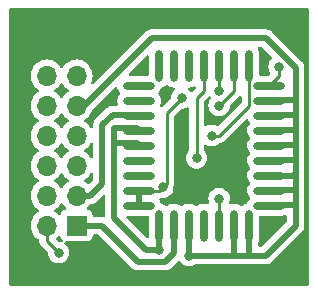
<source format=gbr>
%TF.GenerationSoftware,KiCad,Pcbnew,7.0.1*%
%TF.CreationDate,2023-07-22T00:41:28+01:00*%
%TF.ProjectId,pcb,7063622e-6b69-4636-9164-5f7063625858,rev?*%
%TF.SameCoordinates,Original*%
%TF.FileFunction,Copper,L1,Top*%
%TF.FilePolarity,Positive*%
%FSLAX46Y46*%
G04 Gerber Fmt 4.6, Leading zero omitted, Abs format (unit mm)*
G04 Created by KiCad (PCBNEW 7.0.1) date 2023-07-22 00:41:28*
%MOMM*%
%LPD*%
G01*
G04 APERTURE LIST*
%TA.AperFunction,SMDPad,CuDef*%
%ADD10O,0.701040X2.700020*%
%TD*%
%TA.AperFunction,SMDPad,CuDef*%
%ADD11O,2.700020X0.701040*%
%TD*%
%TA.AperFunction,ComponentPad*%
%ADD12R,1.700000X1.700000*%
%TD*%
%TA.AperFunction,ComponentPad*%
%ADD13O,1.700000X1.700000*%
%TD*%
%TA.AperFunction,ViaPad*%
%ADD14C,0.800000*%
%TD*%
%TA.AperFunction,Conductor*%
%ADD15C,0.250000*%
%TD*%
%TA.AperFunction,Conductor*%
%ADD16C,0.500000*%
%TD*%
G04 APERTURE END LIST*
D10*
%TO.P,PLCC32,1*%
%TO.N,N/C*%
X144780000Y-115570000D03*
%TO.P,PLCC32,2*%
X146050000Y-115570000D03*
%TO.P,PLCC32,3*%
X147320000Y-115570000D03*
%TO.P,PLCC32,4*%
X148590000Y-115570000D03*
D11*
%TO.P,PLCC32,5*%
X150279100Y-113880900D03*
%TO.P,PLCC32,6*%
X150279100Y-112610900D03*
%TO.P,PLCC32,7*%
X150279100Y-111340900D03*
%TO.P,PLCC32,8*%
X150279100Y-110070900D03*
%TO.P,PLCC32,9*%
X150279100Y-108800900D03*
%TO.P,PLCC32,10*%
X150279100Y-107530900D03*
%TO.P,PLCC32,11*%
X150279100Y-106260900D03*
%TO.P,PLCC32,12*%
X150279100Y-104990900D03*
%TO.P,PLCC32,13*%
X150279100Y-103720900D03*
D10*
%TO.P,PLCC32,14*%
X148590000Y-102031800D03*
%TO.P,PLCC32,15*%
X147320000Y-102031800D03*
%TO.P,PLCC32,16*%
X146050000Y-102031800D03*
%TO.P,PLCC32,17*%
X144780000Y-102031800D03*
%TO.P,PLCC32,18*%
X143510000Y-102031800D03*
%TO.P,PLCC32,19*%
X142240000Y-102031800D03*
%TO.P,PLCC32,20*%
X140970000Y-102031800D03*
D11*
%TO.P,PLCC32,21*%
X139280900Y-103720900D03*
%TO.P,PLCC32,22*%
X139280900Y-104990900D03*
%TO.P,PLCC32,23*%
X139280900Y-106260900D03*
%TO.P,PLCC32,24*%
X139280900Y-107530900D03*
%TO.P,PLCC32,25*%
X139280900Y-108800900D03*
%TO.P,PLCC32,26*%
X139280900Y-110070900D03*
%TO.P,PLCC32,27*%
X139280900Y-111340900D03*
%TO.P,PLCC32,28*%
X139280900Y-112610900D03*
%TO.P,PLCC32,29*%
X139280900Y-113880900D03*
D10*
%TO.P,PLCC32,30*%
X140970000Y-115570000D03*
%TO.P,PLCC32,31*%
X142240000Y-115570000D03*
%TO.P,PLCC32,32*%
X143510000Y-115570000D03*
%TD*%
D12*
%TO.P,REF\u002A\u002A,1*%
%TO.N,N/C*%
X133985000Y-115570000D03*
D13*
%TO.P,REF\u002A\u002A,2*%
X131445000Y-115570000D03*
%TO.P,REF\u002A\u002A,3*%
X133985000Y-113030000D03*
%TO.P,REF\u002A\u002A,4*%
X131445000Y-113030000D03*
%TO.P,REF\u002A\u002A,5*%
X133985000Y-110490000D03*
%TO.P,REF\u002A\u002A,6*%
X131445000Y-110490000D03*
%TO.P,REF\u002A\u002A,7*%
X133985000Y-107950000D03*
%TO.P,REF\u002A\u002A,8*%
X131445000Y-107950000D03*
%TO.P,REF\u002A\u002A,9*%
X133985000Y-105410000D03*
%TO.P,REF\u002A\u002A,10*%
X131445000Y-105410000D03*
%TO.P,REF\u002A\u002A,11*%
X133985000Y-102870000D03*
%TO.P,REF\u002A\u002A,12*%
X131445000Y-102870000D03*
%TD*%
D14*
%TO.N,*%
X142875000Y-104775000D03*
X145415000Y-107950000D03*
X146050000Y-104140000D03*
X132461000Y-117856000D03*
X146050000Y-113284000D03*
X151130000Y-102108000D03*
X146050000Y-105410000D03*
X140970000Y-117602000D03*
X143510000Y-118110000D03*
X144145000Y-109855000D03*
X141287500Y-112331500D03*
%TD*%
D15*
%TO.N,*%
X141605000Y-112014000D02*
X141605000Y-106045000D01*
X141287500Y-112331500D02*
X141605000Y-112014000D01*
X141605000Y-106045000D02*
X142875000Y-104775000D01*
X139319000Y-112649000D02*
X139280900Y-112610900D01*
X140970000Y-112649000D02*
X139319000Y-112649000D01*
X141287500Y-112331500D02*
X140970000Y-112649000D01*
D16*
X139280900Y-112610900D02*
X139280900Y-113880900D01*
D15*
X139369800Y-113792000D02*
X139280900Y-113880900D01*
D16*
X150368000Y-104902000D02*
X150279100Y-104990900D01*
X137160000Y-107315000D02*
X137160000Y-108585000D01*
X150368000Y-108712000D02*
X150279100Y-108800900D01*
X150368000Y-112522000D02*
X150279100Y-112610900D01*
X152527000Y-106172000D02*
X149860000Y-106172000D01*
X143510000Y-118110000D02*
X143510000Y-115570000D01*
D15*
X131445000Y-115570000D02*
X131445000Y-116840000D01*
D16*
X150368000Y-109982000D02*
X150279100Y-110070900D01*
D15*
X146050000Y-105410000D02*
X147320000Y-104140000D01*
D16*
X152527000Y-115570000D02*
X149987000Y-118110000D01*
D15*
X147320000Y-104140000D02*
X147320000Y-102031800D01*
D16*
X152527000Y-112522000D02*
X149860000Y-112522000D01*
X136144000Y-115570000D02*
X139192000Y-118618000D01*
X150368000Y-106172000D02*
X150279100Y-106260900D01*
D15*
X151130000Y-102870000D02*
X151130000Y-102108000D01*
D16*
X142240000Y-117856000D02*
X142240000Y-115570000D01*
D15*
X144145000Y-109855000D02*
X144145000Y-104775000D01*
D16*
X149987000Y-118110000D02*
X148590000Y-118110000D01*
X139827000Y-117602000D02*
X137160000Y-114935000D01*
D15*
X131445000Y-116840000D02*
X132461000Y-117856000D01*
D16*
X139280900Y-107530900D02*
X139065000Y-107315000D01*
X133985000Y-115570000D02*
X136144000Y-115570000D01*
X152527000Y-108712000D02*
X149860000Y-108712000D01*
D15*
X146050000Y-107950000D02*
X148590000Y-105410000D01*
D16*
X140335000Y-99695000D02*
X149987000Y-99695000D01*
X140970000Y-115570000D02*
X140970000Y-117602000D01*
X141478000Y-118618000D02*
X142240000Y-117856000D01*
X152527000Y-108712000D02*
X152527000Y-109982000D01*
X152527000Y-112522000D02*
X152527000Y-113792000D01*
X150368000Y-113792000D02*
X150279100Y-113880900D01*
X152527000Y-113792000D02*
X152527000Y-115570000D01*
D15*
X150279100Y-103720900D02*
X151130000Y-102870000D01*
D16*
X147320000Y-118110000D02*
X147320000Y-115570000D01*
X152527000Y-106172000D02*
X152527000Y-107442000D01*
X152527000Y-107442000D02*
X152527000Y-108712000D01*
D15*
X144780000Y-104140000D02*
X144780000Y-102031800D01*
D16*
X152527000Y-109982000D02*
X152527000Y-111125000D01*
X152527000Y-104902000D02*
X149860000Y-104902000D01*
X139065000Y-107315000D02*
X137160000Y-107315000D01*
X133985000Y-113030000D02*
X135128000Y-113030000D01*
X139280900Y-108800900D02*
X139065000Y-108585000D01*
X147320000Y-118110000D02*
X143510000Y-118110000D01*
D15*
X146050000Y-113284000D02*
X146050000Y-115570000D01*
D16*
X152527000Y-111125000D02*
X152527000Y-112522000D01*
X139192000Y-118618000D02*
X141478000Y-118618000D01*
X150368000Y-107442000D02*
X150279100Y-107530900D01*
X136144000Y-107061000D02*
X137033000Y-106172000D01*
X137033000Y-106172000D02*
X139192000Y-106172000D01*
X136144000Y-112014000D02*
X136144000Y-107061000D01*
X135128000Y-113030000D02*
X136144000Y-112014000D01*
D15*
X131318000Y-115697000D02*
X131445000Y-115570000D01*
D16*
X148590000Y-118110000D02*
X147320000Y-118110000D01*
X139192000Y-106172000D02*
X139280900Y-106260900D01*
X148590000Y-118110000D02*
X148590000Y-115570000D01*
D15*
X139369800Y-112522000D02*
X139280900Y-112610900D01*
D16*
X152527000Y-109982000D02*
X149860000Y-109982000D01*
X134620000Y-105410000D02*
X140335000Y-99695000D01*
X152311100Y-111340900D02*
X149771100Y-111340900D01*
D15*
X145415000Y-107950000D02*
X146050000Y-107950000D01*
D16*
X152527000Y-113792000D02*
X149860000Y-113792000D01*
X152527000Y-107442000D02*
X149860000Y-107442000D01*
X133985000Y-105410000D02*
X134620000Y-105410000D01*
X137160000Y-114935000D02*
X137160000Y-108585000D01*
X149987000Y-99695000D02*
X152527000Y-102235000D01*
X152527000Y-102235000D02*
X152527000Y-104902000D01*
D15*
X144145000Y-104775000D02*
X144780000Y-104140000D01*
D16*
X152527000Y-111125000D02*
X152311100Y-111340900D01*
D15*
X148590000Y-105410000D02*
X148590000Y-102031800D01*
D16*
X152527000Y-104902000D02*
X152527000Y-106172000D01*
X139065000Y-108585000D02*
X137160000Y-108585000D01*
X140970000Y-117602000D02*
X139827000Y-117602000D01*
D15*
X146050000Y-104140000D02*
X146050000Y-102031800D01*
%TD*%
%TA.AperFunction,NonConductor*%
G36*
X153607500Y-97172113D02*
G01*
X153652887Y-97217500D01*
X153669500Y-97279500D01*
X153669500Y-120525500D01*
X153652887Y-120587500D01*
X153607500Y-120632887D01*
X153545500Y-120649500D01*
X128394500Y-120649500D01*
X128332500Y-120632887D01*
X128287113Y-120587500D01*
X128270500Y-120525500D01*
X128270500Y-115570000D01*
X130089340Y-115570000D01*
X130109936Y-115805407D01*
X130134501Y-115897085D01*
X130171097Y-116033663D01*
X130270965Y-116247830D01*
X130406505Y-116441401D01*
X130573599Y-116608495D01*
X130766415Y-116743506D01*
X130804362Y-116786095D01*
X130819227Y-116841169D01*
X130819438Y-116847858D01*
X130819500Y-116851768D01*
X130819500Y-116879349D01*
X130820003Y-116883334D01*
X130820918Y-116894967D01*
X130822290Y-116938626D01*
X130827879Y-116957860D01*
X130831825Y-116976916D01*
X130834335Y-116996792D01*
X130850414Y-117037404D01*
X130854197Y-117048451D01*
X130866382Y-117090391D01*
X130876580Y-117107635D01*
X130885136Y-117125100D01*
X130892514Y-117143732D01*
X130903016Y-117158187D01*
X130918180Y-117179059D01*
X130924593Y-117188822D01*
X130946826Y-117226416D01*
X130946829Y-117226419D01*
X130946830Y-117226420D01*
X130960995Y-117240585D01*
X130973627Y-117255375D01*
X130985406Y-117271587D01*
X131019058Y-117299426D01*
X131027699Y-117307289D01*
X131522038Y-117801629D01*
X131546277Y-117835926D01*
X131557678Y-117876348D01*
X131575326Y-118044257D01*
X131633820Y-118224284D01*
X131728466Y-118388216D01*
X131855129Y-118528889D01*
X132008269Y-118640151D01*
X132181197Y-118717144D01*
X132366352Y-118756500D01*
X132366354Y-118756500D01*
X132555646Y-118756500D01*
X132555648Y-118756500D01*
X132679084Y-118730262D01*
X132740803Y-118717144D01*
X132913730Y-118640151D01*
X132923599Y-118632981D01*
X133066870Y-118528889D01*
X133193533Y-118388216D01*
X133288179Y-118224284D01*
X133288178Y-118224284D01*
X133346674Y-118044256D01*
X133366460Y-117856000D01*
X133346674Y-117667744D01*
X133288179Y-117487716D01*
X133288179Y-117487715D01*
X133193533Y-117323783D01*
X133066871Y-117183112D01*
X133014163Y-117144817D01*
X132974850Y-117097295D01*
X132963294Y-117036713D01*
X132982352Y-116978056D01*
X133027312Y-116935837D01*
X133087049Y-116920499D01*
X133087118Y-116920499D01*
X133087127Y-116920500D01*
X134882872Y-116920499D01*
X134942483Y-116914091D01*
X135077331Y-116863796D01*
X135192546Y-116777546D01*
X135278796Y-116662331D01*
X135329091Y-116527483D01*
X135335500Y-116467873D01*
X135335500Y-116444500D01*
X135352113Y-116382500D01*
X135397500Y-116337113D01*
X135459500Y-116320500D01*
X135781770Y-116320500D01*
X135829223Y-116329939D01*
X135869451Y-116356819D01*
X138616269Y-119103637D01*
X138628051Y-119117270D01*
X138642389Y-119136529D01*
X138680337Y-119168372D01*
X138688311Y-119175680D01*
X138692221Y-119179590D01*
X138716537Y-119198816D01*
X138719336Y-119201096D01*
X138777752Y-119250113D01*
X138794179Y-119260578D01*
X138863320Y-119292819D01*
X138866567Y-119294391D01*
X138934699Y-119328609D01*
X138953087Y-119335000D01*
X138954323Y-119335255D01*
X138954327Y-119335257D01*
X139027895Y-119350447D01*
X139031242Y-119351189D01*
X139104279Y-119368500D01*
X139104281Y-119368500D01*
X139105509Y-119368791D01*
X139124878Y-119370770D01*
X139126140Y-119370733D01*
X139126144Y-119370734D01*
X139198533Y-119368627D01*
X139201131Y-119368552D01*
X139204737Y-119368500D01*
X141414294Y-119368500D01*
X141432264Y-119369809D01*
X141436320Y-119370402D01*
X141456023Y-119373289D01*
X141505368Y-119368972D01*
X141516176Y-119368500D01*
X141521706Y-119368500D01*
X141521709Y-119368500D01*
X141552550Y-119364894D01*
X141556031Y-119364539D01*
X141630797Y-119357999D01*
X141630797Y-119357998D01*
X141632052Y-119357889D01*
X141651062Y-119353674D01*
X141652250Y-119353241D01*
X141652255Y-119353241D01*
X141722820Y-119327557D01*
X141726095Y-119326419D01*
X141797334Y-119302814D01*
X141797336Y-119302812D01*
X141798536Y-119302415D01*
X141816063Y-119293929D01*
X141817112Y-119293238D01*
X141817117Y-119293237D01*
X141879806Y-119252005D01*
X141882798Y-119250099D01*
X141946656Y-119210712D01*
X141946656Y-119210711D01*
X141947729Y-119210050D01*
X141962824Y-119197753D01*
X141963692Y-119196832D01*
X141963696Y-119196830D01*
X142015184Y-119142254D01*
X142017630Y-119139736D01*
X142567186Y-118590180D01*
X142615007Y-118560444D01*
X142671051Y-118554924D01*
X142723756Y-118574761D01*
X142762252Y-118615863D01*
X142772890Y-118634289D01*
X142777468Y-118642217D01*
X142904129Y-118782889D01*
X143057269Y-118894151D01*
X143230197Y-118971144D01*
X143415352Y-119010500D01*
X143415354Y-119010500D01*
X143604646Y-119010500D01*
X143604648Y-119010500D01*
X143728083Y-118984262D01*
X143789803Y-118971144D01*
X143962730Y-118894151D01*
X143976449Y-118884183D01*
X144011018Y-118866569D01*
X144049337Y-118860500D01*
X147232279Y-118860500D01*
X147294554Y-118860500D01*
X147301764Y-118860710D01*
X147363934Y-118864331D01*
X147363934Y-118864330D01*
X147363935Y-118864331D01*
X147374976Y-118862384D01*
X147396510Y-118860500D01*
X148502279Y-118860500D01*
X148564554Y-118860500D01*
X148571764Y-118860710D01*
X148633934Y-118864331D01*
X148633934Y-118864330D01*
X148633935Y-118864331D01*
X148644976Y-118862384D01*
X148666510Y-118860500D01*
X149923294Y-118860500D01*
X149941264Y-118861809D01*
X149945191Y-118862384D01*
X149965023Y-118865289D01*
X150014368Y-118860972D01*
X150025176Y-118860500D01*
X150030706Y-118860500D01*
X150030709Y-118860500D01*
X150061550Y-118856894D01*
X150065031Y-118856539D01*
X150139797Y-118849999D01*
X150139797Y-118849998D01*
X150141052Y-118849889D01*
X150160062Y-118845674D01*
X150161250Y-118845241D01*
X150161255Y-118845241D01*
X150231820Y-118819557D01*
X150235095Y-118818419D01*
X150306334Y-118794814D01*
X150306336Y-118794812D01*
X150307536Y-118794415D01*
X150325063Y-118785929D01*
X150326112Y-118785238D01*
X150326117Y-118785237D01*
X150388806Y-118744005D01*
X150391798Y-118742099D01*
X150455656Y-118702712D01*
X150455656Y-118702711D01*
X150456729Y-118702050D01*
X150471824Y-118689753D01*
X150472692Y-118688832D01*
X150472696Y-118688830D01*
X150524185Y-118634253D01*
X150526631Y-118631735D01*
X153012638Y-116145727D01*
X153026256Y-116133957D01*
X153045530Y-116119610D01*
X153077382Y-116081649D01*
X153084668Y-116073697D01*
X153088590Y-116069777D01*
X153107859Y-116045405D01*
X153110054Y-116042711D01*
X153158302Y-115985214D01*
X153158302Y-115985212D01*
X153159117Y-115984242D01*
X153169566Y-115967840D01*
X153170105Y-115966682D01*
X153170110Y-115966677D01*
X153201832Y-115898647D01*
X153203348Y-115895516D01*
X153237040Y-115828433D01*
X153237040Y-115828429D01*
X153237610Y-115827296D01*
X153243999Y-115808917D01*
X153244256Y-115807673D01*
X153259431Y-115734171D01*
X153260186Y-115730767D01*
X153277500Y-115657721D01*
X153277500Y-115657719D01*
X153277790Y-115656495D01*
X153279769Y-115637123D01*
X153279732Y-115635859D01*
X153279733Y-115635856D01*
X153277552Y-115560889D01*
X153277500Y-115557284D01*
X153277500Y-113817446D01*
X153277710Y-113810236D01*
X153281331Y-113748065D01*
X153279384Y-113737023D01*
X153277500Y-113715490D01*
X153277500Y-112547446D01*
X153277710Y-112540236D01*
X153281331Y-112478065D01*
X153279384Y-112467023D01*
X153277500Y-112445490D01*
X153277500Y-111214342D01*
X153279770Y-111192120D01*
X153279733Y-111190858D01*
X153279734Y-111190855D01*
X153277552Y-111115868D01*
X153277500Y-111112262D01*
X153277500Y-110007446D01*
X153277710Y-110000236D01*
X153281331Y-109938065D01*
X153279384Y-109927023D01*
X153277500Y-109905490D01*
X153277500Y-108737446D01*
X153277710Y-108730236D01*
X153281331Y-108668065D01*
X153279384Y-108657023D01*
X153277500Y-108635490D01*
X153277500Y-107467446D01*
X153277710Y-107460236D01*
X153281331Y-107398065D01*
X153279384Y-107387023D01*
X153277500Y-107365490D01*
X153277500Y-106197446D01*
X153277710Y-106190236D01*
X153281331Y-106128065D01*
X153279384Y-106117023D01*
X153277500Y-106095490D01*
X153277500Y-104927446D01*
X153277710Y-104920236D01*
X153281331Y-104858065D01*
X153279384Y-104847023D01*
X153277500Y-104825490D01*
X153277500Y-102298706D01*
X153278809Y-102280736D01*
X153279338Y-102277118D01*
X153282289Y-102256977D01*
X153277971Y-102207633D01*
X153277500Y-102196827D01*
X153277500Y-102191291D01*
X153276666Y-102184159D01*
X153273897Y-102160471D01*
X153273534Y-102156915D01*
X153266888Y-102080942D01*
X153262674Y-102061935D01*
X153262241Y-102060745D01*
X153236571Y-101990217D01*
X153235424Y-101986917D01*
X153211814Y-101915665D01*
X153211812Y-101915662D01*
X153211415Y-101914463D01*
X153202929Y-101896936D01*
X153202237Y-101895884D01*
X153202237Y-101895883D01*
X153160994Y-101833176D01*
X153159099Y-101830201D01*
X153119711Y-101766344D01*
X153119047Y-101765267D01*
X153106748Y-101750170D01*
X153051272Y-101697831D01*
X153048685Y-101695318D01*
X150562728Y-99209360D01*
X150550946Y-99195727D01*
X150536609Y-99176469D01*
X150498666Y-99144631D01*
X150490691Y-99137323D01*
X150486782Y-99133414D01*
X150486777Y-99133409D01*
X150462423Y-99114152D01*
X150459647Y-99111890D01*
X150401251Y-99062890D01*
X150384821Y-99052422D01*
X150315691Y-99020186D01*
X150312447Y-99018615D01*
X150244306Y-98984394D01*
X150225903Y-98977997D01*
X150151211Y-98962574D01*
X150147692Y-98961794D01*
X150073490Y-98944208D01*
X150054121Y-98942229D01*
X149977869Y-98944448D01*
X149974263Y-98944500D01*
X140398707Y-98944500D01*
X140380738Y-98943191D01*
X140356977Y-98939711D01*
X140307631Y-98944028D01*
X140296824Y-98944500D01*
X140291291Y-98944500D01*
X140260501Y-98948098D01*
X140256917Y-98948464D01*
X140180961Y-98955109D01*
X140161921Y-98959330D01*
X140090232Y-98985421D01*
X140086831Y-98986603D01*
X140014474Y-99010580D01*
X139996927Y-99019075D01*
X139933221Y-99060975D01*
X139930181Y-99062912D01*
X139865280Y-99102944D01*
X139850164Y-99115257D01*
X139797831Y-99170726D01*
X139795319Y-99173312D01*
X135427584Y-103541047D01*
X135367797Y-103574188D01*
X135299532Y-103570610D01*
X135243537Y-103531402D01*
X135216827Y-103468478D01*
X135227521Y-103400961D01*
X135258903Y-103333663D01*
X135320063Y-103105408D01*
X135340659Y-102870000D01*
X135320063Y-102634592D01*
X135258903Y-102406337D01*
X135159035Y-102192171D01*
X135023495Y-101998599D01*
X134856401Y-101831505D01*
X134662830Y-101695965D01*
X134448663Y-101596097D01*
X134372849Y-101575783D01*
X134220407Y-101534936D01*
X133985000Y-101514340D01*
X133749592Y-101534936D01*
X133521336Y-101596097D01*
X133307170Y-101695965D01*
X133113598Y-101831505D01*
X132946505Y-101998598D01*
X132816575Y-102184159D01*
X132772257Y-102223025D01*
X132715000Y-102237036D01*
X132657743Y-102223025D01*
X132613425Y-102184159D01*
X132483494Y-101998598D01*
X132316404Y-101831508D01*
X132316401Y-101831505D01*
X132122830Y-101695965D01*
X131908663Y-101596097D01*
X131832849Y-101575783D01*
X131680407Y-101534936D01*
X131445000Y-101514340D01*
X131209592Y-101534936D01*
X130981336Y-101596097D01*
X130767170Y-101695965D01*
X130573598Y-101831505D01*
X130406505Y-101998598D01*
X130270965Y-102192170D01*
X130171097Y-102406336D01*
X130109936Y-102634592D01*
X130089340Y-102870000D01*
X130109936Y-103105407D01*
X130154709Y-103272501D01*
X130171097Y-103333663D01*
X130270965Y-103547830D01*
X130406505Y-103741401D01*
X130573599Y-103908495D01*
X130759160Y-104038426D01*
X130798024Y-104082743D01*
X130812035Y-104140000D01*
X130798024Y-104197257D01*
X130759159Y-104241575D01*
X130573595Y-104371508D01*
X130406505Y-104538598D01*
X130270965Y-104732170D01*
X130171097Y-104946336D01*
X130109936Y-105174592D01*
X130089340Y-105410000D01*
X130109936Y-105645407D01*
X130146135Y-105780503D01*
X130171097Y-105873663D01*
X130270965Y-106087830D01*
X130406505Y-106281401D01*
X130573599Y-106448495D01*
X130759160Y-106578426D01*
X130798024Y-106622743D01*
X130812035Y-106680000D01*
X130798024Y-106737257D01*
X130759158Y-106781575D01*
X130589595Y-106900305D01*
X130573595Y-106911508D01*
X130406505Y-107078598D01*
X130270965Y-107272170D01*
X130171097Y-107486336D01*
X130109936Y-107714592D01*
X130089340Y-107949999D01*
X130109936Y-108185407D01*
X130154709Y-108352502D01*
X130171097Y-108413663D01*
X130270965Y-108627830D01*
X130406505Y-108821401D01*
X130573599Y-108988495D01*
X130759160Y-109118426D01*
X130798024Y-109162743D01*
X130812035Y-109220000D01*
X130798024Y-109277257D01*
X130759159Y-109321575D01*
X130573595Y-109451508D01*
X130406505Y-109618598D01*
X130270965Y-109812170D01*
X130171097Y-110026336D01*
X130109936Y-110254592D01*
X130089340Y-110489999D01*
X130109936Y-110725407D01*
X130154709Y-110892501D01*
X130171097Y-110953663D01*
X130270965Y-111167830D01*
X130406505Y-111361401D01*
X130573599Y-111528495D01*
X130759160Y-111658426D01*
X130798024Y-111702743D01*
X130812035Y-111760000D01*
X130798024Y-111817257D01*
X130759160Y-111861574D01*
X130575285Y-111990325D01*
X130573595Y-111991508D01*
X130406505Y-112158598D01*
X130270965Y-112352170D01*
X130171097Y-112566336D01*
X130109936Y-112794592D01*
X130089340Y-113030000D01*
X130109936Y-113265407D01*
X130126363Y-113326713D01*
X130171097Y-113493663D01*
X130270965Y-113707830D01*
X130406505Y-113901401D01*
X130573599Y-114068495D01*
X130759160Y-114198426D01*
X130798024Y-114242743D01*
X130812035Y-114300000D01*
X130798024Y-114357257D01*
X130759159Y-114401575D01*
X130573595Y-114531508D01*
X130406505Y-114698598D01*
X130270965Y-114892170D01*
X130171097Y-115106336D01*
X130109936Y-115334592D01*
X130089340Y-115570000D01*
X128270500Y-115570000D01*
X128270500Y-97279500D01*
X128287113Y-97217500D01*
X128332500Y-97172113D01*
X128394500Y-97155500D01*
X153545500Y-97155500D01*
X153607500Y-97172113D01*
G37*
%TD.AperFunction*%
%TA.AperFunction,NonConductor*%
G36*
X140067865Y-101171431D02*
G01*
X140105465Y-101215454D01*
X140118980Y-101271749D01*
X140118980Y-102745880D01*
X140102367Y-102807880D01*
X140056980Y-102853267D01*
X139994980Y-102869880D01*
X138520849Y-102869880D01*
X138464554Y-102856365D01*
X138420531Y-102818765D01*
X138398376Y-102765278D01*
X138402918Y-102707562D01*
X138433168Y-102658199D01*
X139907299Y-101184068D01*
X139956662Y-101153818D01*
X140014378Y-101149276D01*
X140067865Y-101171431D01*
G37*
%TD.AperFunction*%
%TA.AperFunction,NonConductor*%
G36*
X149672223Y-100454939D02*
G01*
X149712451Y-100481819D01*
X150508019Y-101277387D01*
X150539534Y-101330889D01*
X150541160Y-101392962D01*
X150512488Y-101448040D01*
X150397466Y-101575783D01*
X150302820Y-101739715D01*
X150244326Y-101919742D01*
X150224540Y-102108000D01*
X150244326Y-102296257D01*
X150302820Y-102476284D01*
X150378342Y-102607091D01*
X150394483Y-102658283D01*
X150387477Y-102711501D01*
X150358638Y-102756770D01*
X150281845Y-102833563D01*
X150241620Y-102860441D01*
X150194167Y-102869880D01*
X149565020Y-102869880D01*
X149503020Y-102853267D01*
X149457633Y-102807880D01*
X149441020Y-102745880D01*
X149441020Y-100986170D01*
X149426024Y-100848286D01*
X149366919Y-100672870D01*
X149366919Y-100672869D01*
X149343187Y-100633427D01*
X149325450Y-100571179D01*
X149341497Y-100508472D01*
X149386955Y-100462394D01*
X149449439Y-100445500D01*
X149624770Y-100445500D01*
X149672223Y-100454939D01*
G37*
%TD.AperFunction*%
%TA.AperFunction,NonConductor*%
G36*
X144043045Y-103793328D02*
G01*
X144084397Y-103849283D01*
X144089104Y-103918701D01*
X144055684Y-103979724D01*
X143976278Y-104059131D01*
X143787625Y-104247783D01*
X143729942Y-104280418D01*
X143663690Y-104278683D01*
X143607794Y-104243073D01*
X143472150Y-104092426D01*
X143473528Y-104091185D01*
X143446716Y-104059131D01*
X143434441Y-104000019D01*
X143451535Y-103942116D01*
X143493947Y-103899149D01*
X143551621Y-103881303D01*
X143648492Y-103876051D01*
X143826852Y-103826529D01*
X143909920Y-103782488D01*
X143978067Y-103768453D01*
X144043045Y-103793328D01*
G37*
%TD.AperFunction*%
%TA.AperFunction,NonConductor*%
G36*
X132772257Y-103516975D02*
G01*
X132816573Y-103555839D01*
X132946505Y-103741401D01*
X133113599Y-103908495D01*
X133299160Y-104038426D01*
X133338024Y-104082743D01*
X133352035Y-104140000D01*
X133338024Y-104197257D01*
X133299159Y-104241575D01*
X133113595Y-104371508D01*
X132946508Y-104538595D01*
X132946507Y-104538597D01*
X132946505Y-104538599D01*
X132935111Y-104554871D01*
X132816574Y-104724160D01*
X132772255Y-104763026D01*
X132714999Y-104777036D01*
X132657742Y-104763025D01*
X132613426Y-104724161D01*
X132483495Y-104538599D01*
X132316401Y-104371505D01*
X132130839Y-104241573D01*
X132091975Y-104197257D01*
X132077964Y-104140000D01*
X132091975Y-104082743D01*
X132130839Y-104038426D01*
X132316401Y-103908495D01*
X132483495Y-103741401D01*
X132613426Y-103555839D01*
X132657743Y-103516975D01*
X132715000Y-103502964D01*
X132772257Y-103516975D01*
G37*
%TD.AperFunction*%
%TA.AperFunction,NonConductor*%
G36*
X141638506Y-103656348D02*
G01*
X141673304Y-103678147D01*
X141674651Y-103676162D01*
X141839023Y-103787610D01*
X141936705Y-103826529D01*
X142010986Y-103856125D01*
X142101523Y-103870968D01*
X142204999Y-103887933D01*
X142264615Y-103915286D01*
X142301937Y-103969224D01*
X142306523Y-104034655D01*
X142277088Y-104093271D01*
X142142466Y-104242783D01*
X142047820Y-104406715D01*
X141989326Y-104586742D01*
X141985000Y-104627905D01*
X141974042Y-104732170D01*
X141971679Y-104754649D01*
X141960279Y-104795070D01*
X141936039Y-104829368D01*
X141239339Y-105526068D01*
X141180932Y-105558882D01*
X141113979Y-105556524D01*
X141058025Y-105519682D01*
X141029402Y-105459111D01*
X141036465Y-105392490D01*
X141105226Y-105219912D01*
X141120066Y-105129391D01*
X141135173Y-105037245D01*
X141125151Y-104852408D01*
X141075629Y-104674048D01*
X140988923Y-104510503D01*
X140929146Y-104440127D01*
X140902091Y-104384310D01*
X140905455Y-104322373D01*
X140927249Y-104287597D01*
X140925262Y-104286250D01*
X141000858Y-104174752D01*
X141036710Y-104121875D01*
X141079709Y-104013953D01*
X141110217Y-103937386D01*
X141111537Y-103937912D01*
X141135000Y-103888948D01*
X141194126Y-103852273D01*
X141286852Y-103826529D01*
X141450397Y-103739823D01*
X141520771Y-103680046D01*
X141576578Y-103652993D01*
X141638506Y-103656348D01*
G37*
%TD.AperFunction*%
%TA.AperFunction,NonConductor*%
G36*
X147912119Y-104579380D02*
G01*
X147950629Y-104623618D01*
X147964500Y-104680606D01*
X147964500Y-105099547D01*
X147955061Y-105147000D01*
X147928181Y-105187228D01*
X145984612Y-107130795D01*
X145943382Y-107158085D01*
X145894767Y-107167095D01*
X145846496Y-107156394D01*
X145694800Y-107088854D01*
X145509648Y-107049500D01*
X145509646Y-107049500D01*
X145320354Y-107049500D01*
X145320352Y-107049500D01*
X145135197Y-107088855D01*
X144950364Y-107171149D01*
X144949316Y-107168796D01*
X144904233Y-107185431D01*
X144838207Y-107172300D01*
X144788773Y-107126605D01*
X144770500Y-107061814D01*
X144770500Y-105085452D01*
X144779939Y-105037999D01*
X144806816Y-104997773D01*
X145137376Y-104667212D01*
X145195056Y-104634579D01*
X145261310Y-104636315D01*
X145317206Y-104671926D01*
X145335307Y-104692030D01*
X145363472Y-104745003D01*
X145363472Y-104804999D01*
X145335305Y-104857972D01*
X145317466Y-104877783D01*
X145222820Y-105041715D01*
X145164326Y-105221742D01*
X145144540Y-105410000D01*
X145164326Y-105598257D01*
X145222820Y-105778284D01*
X145317466Y-105942216D01*
X145444129Y-106082889D01*
X145597269Y-106194151D01*
X145770197Y-106271144D01*
X145955352Y-106310500D01*
X145955354Y-106310500D01*
X146144646Y-106310500D01*
X146144648Y-106310500D01*
X146281547Y-106281401D01*
X146329803Y-106271144D01*
X146502730Y-106194151D01*
X146608888Y-106117023D01*
X146655870Y-106082889D01*
X146782533Y-105942216D01*
X146877179Y-105778284D01*
X146898775Y-105711819D01*
X146935674Y-105598256D01*
X146953322Y-105430341D01*
X146964720Y-105389927D01*
X146988957Y-105355632D01*
X147703789Y-104640800D01*
X147719886Y-104627905D01*
X147721874Y-104625787D01*
X147721877Y-104625786D01*
X147750109Y-104595721D01*
X147799229Y-104563676D01*
X147857585Y-104557789D01*
X147912119Y-104579380D01*
G37*
%TD.AperFunction*%
%TA.AperFunction,NonConductor*%
G36*
X132772257Y-106056975D02*
G01*
X132816573Y-106095839D01*
X132946505Y-106281401D01*
X133113599Y-106448495D01*
X133299160Y-106578426D01*
X133338024Y-106622743D01*
X133352035Y-106680000D01*
X133338024Y-106737257D01*
X133299158Y-106781575D01*
X133129595Y-106900305D01*
X133113595Y-106911508D01*
X132946508Y-107078595D01*
X132946507Y-107078597D01*
X132946505Y-107078599D01*
X132939324Y-107088855D01*
X132816574Y-107264160D01*
X132772255Y-107303026D01*
X132714999Y-107317036D01*
X132657742Y-107303025D01*
X132613426Y-107264161D01*
X132483495Y-107078599D01*
X132316401Y-106911505D01*
X132130839Y-106781573D01*
X132091975Y-106737257D01*
X132077964Y-106680000D01*
X132091975Y-106622743D01*
X132130839Y-106578426D01*
X132316401Y-106448495D01*
X132483495Y-106281401D01*
X132613426Y-106095839D01*
X132657743Y-106056975D01*
X132715000Y-106042964D01*
X132772257Y-106056975D01*
G37*
%TD.AperFunction*%
%TA.AperFunction,NonConductor*%
G36*
X137416639Y-103848901D02*
G01*
X137449034Y-103904000D01*
X137486170Y-104037751D01*
X137572877Y-104201297D01*
X137632653Y-104271672D01*
X137659706Y-104327479D01*
X137656351Y-104389406D01*
X137634551Y-104424204D01*
X137636538Y-104425551D01*
X137525088Y-104589927D01*
X137456574Y-104761887D01*
X137426627Y-104944553D01*
X137436648Y-105129391D01*
X137474114Y-105264326D01*
X137476412Y-105320867D01*
X137453350Y-105372541D01*
X137409729Y-105408588D01*
X137354634Y-105421500D01*
X137096706Y-105421500D01*
X137078736Y-105420191D01*
X137064853Y-105418157D01*
X137054977Y-105416711D01*
X137054976Y-105416711D01*
X137005631Y-105421028D01*
X136994824Y-105421500D01*
X136989291Y-105421500D01*
X136958501Y-105425098D01*
X136954917Y-105425464D01*
X136878961Y-105432109D01*
X136859921Y-105436330D01*
X136788232Y-105462421D01*
X136784831Y-105463603D01*
X136712474Y-105487580D01*
X136694927Y-105496075D01*
X136631221Y-105537975D01*
X136628181Y-105539912D01*
X136563280Y-105579944D01*
X136548165Y-105592256D01*
X136495832Y-105647725D01*
X136493320Y-105650311D01*
X135658359Y-106485271D01*
X135644728Y-106497051D01*
X135625469Y-106511389D01*
X135593633Y-106549329D01*
X135586341Y-106557289D01*
X135582408Y-106561222D01*
X135563176Y-106585545D01*
X135560902Y-106588337D01*
X135511894Y-106646744D01*
X135501418Y-106663187D01*
X135469192Y-106732294D01*
X135467622Y-106735536D01*
X135433393Y-106803692D01*
X135426996Y-106822098D01*
X135411573Y-106896788D01*
X135410793Y-106900305D01*
X135393208Y-106974505D01*
X135391229Y-106993878D01*
X135393448Y-107070131D01*
X135393500Y-107073737D01*
X135393500Y-107215655D01*
X135375789Y-107279519D01*
X135327716Y-107325140D01*
X135263013Y-107339485D01*
X135200163Y-107318458D01*
X135167109Y-107279759D01*
X135165257Y-107281057D01*
X135059435Y-107129927D01*
X135023495Y-107078599D01*
X134856401Y-106911505D01*
X134670839Y-106781573D01*
X134631975Y-106737257D01*
X134617964Y-106680000D01*
X134631975Y-106622743D01*
X134670839Y-106578426D01*
X134856401Y-106448495D01*
X135023495Y-106281401D01*
X135159035Y-106087830D01*
X135258903Y-105873663D01*
X135265383Y-105849476D01*
X135297474Y-105793892D01*
X137241875Y-103849491D01*
X137297190Y-103817472D01*
X137361106Y-103817255D01*
X137416639Y-103848901D01*
G37*
%TD.AperFunction*%
%TA.AperFunction,NonConductor*%
G36*
X132772257Y-108596975D02*
G01*
X132816573Y-108635839D01*
X132946505Y-108821401D01*
X133113599Y-108988495D01*
X133299160Y-109118426D01*
X133338024Y-109162743D01*
X133352035Y-109220000D01*
X133338024Y-109277257D01*
X133299159Y-109321575D01*
X133113595Y-109451508D01*
X132946505Y-109618598D01*
X132816575Y-109804159D01*
X132772257Y-109843025D01*
X132715000Y-109857036D01*
X132657743Y-109843025D01*
X132613425Y-109804159D01*
X132519435Y-109669927D01*
X132483495Y-109618599D01*
X132316401Y-109451505D01*
X132130839Y-109321573D01*
X132091975Y-109277257D01*
X132077964Y-109220000D01*
X132091975Y-109162743D01*
X132130839Y-109118426D01*
X132316401Y-108988495D01*
X132483495Y-108821401D01*
X132613426Y-108635839D01*
X132657743Y-108596975D01*
X132715000Y-108582964D01*
X132772257Y-108596975D01*
G37*
%TD.AperFunction*%
%TA.AperFunction,NonConductor*%
G36*
X135327713Y-108574859D02*
G01*
X135375788Y-108620480D01*
X135393500Y-108684345D01*
X135393500Y-109755655D01*
X135375789Y-109819519D01*
X135327716Y-109865140D01*
X135263013Y-109879485D01*
X135200163Y-109858458D01*
X135167109Y-109819759D01*
X135165257Y-109821057D01*
X135059435Y-109669927D01*
X135023495Y-109618599D01*
X134856401Y-109451505D01*
X134670839Y-109321573D01*
X134631975Y-109277257D01*
X134617964Y-109220000D01*
X134631975Y-109162743D01*
X134670839Y-109118426D01*
X134856401Y-108988495D01*
X135023495Y-108821401D01*
X135159035Y-108627830D01*
X135159036Y-108627826D01*
X135165257Y-108618943D01*
X135167110Y-108620241D01*
X135200158Y-108581546D01*
X135263008Y-108560515D01*
X135327713Y-108574859D01*
G37*
%TD.AperFunction*%
%TA.AperFunction,NonConductor*%
G36*
X135327713Y-111114859D02*
G01*
X135375788Y-111160480D01*
X135393500Y-111224345D01*
X135393500Y-111651770D01*
X135384061Y-111699223D01*
X135357181Y-111739451D01*
X135068445Y-112028187D01*
X135012858Y-112060281D01*
X134948670Y-112060281D01*
X134893083Y-112028187D01*
X134856404Y-111991508D01*
X134856404Y-111991507D01*
X134856401Y-111991505D01*
X134670839Y-111861573D01*
X134631974Y-111817255D01*
X134617964Y-111759999D01*
X134631975Y-111702742D01*
X134670837Y-111658428D01*
X134856401Y-111528495D01*
X135023495Y-111361401D01*
X135159035Y-111167830D01*
X135159036Y-111167826D01*
X135165257Y-111158943D01*
X135167110Y-111160241D01*
X135200158Y-111121546D01*
X135263008Y-111100515D01*
X135327713Y-111114859D01*
G37*
%TD.AperFunction*%
%TA.AperFunction,NonConductor*%
G36*
X132772257Y-111136975D02*
G01*
X132816573Y-111175839D01*
X132946505Y-111361401D01*
X133113599Y-111528495D01*
X133299160Y-111658426D01*
X133338024Y-111702743D01*
X133352035Y-111760000D01*
X133338024Y-111817257D01*
X133299160Y-111861574D01*
X133115285Y-111990325D01*
X133113595Y-111991508D01*
X132946505Y-112158598D01*
X132816575Y-112344159D01*
X132772257Y-112383025D01*
X132715000Y-112397036D01*
X132657743Y-112383025D01*
X132613425Y-112344159D01*
X132519435Y-112209927D01*
X132483495Y-112158599D01*
X132316401Y-111991505D01*
X132130839Y-111861573D01*
X132091974Y-111817255D01*
X132077964Y-111759999D01*
X132091975Y-111702742D01*
X132130837Y-111658428D01*
X132316401Y-111528495D01*
X132483495Y-111361401D01*
X132613426Y-111175839D01*
X132657743Y-111136975D01*
X132715000Y-111122964D01*
X132772257Y-111136975D01*
G37*
%TD.AperFunction*%
%TA.AperFunction,NonConductor*%
G36*
X143451793Y-105552700D02*
G01*
X143501227Y-105598395D01*
X143519500Y-105663186D01*
X143519500Y-109156313D01*
X143511264Y-109200751D01*
X143487652Y-109239282D01*
X143454545Y-109276051D01*
X143412464Y-109322786D01*
X143317820Y-109486715D01*
X143259326Y-109666742D01*
X143239540Y-109854999D01*
X143239540Y-109855000D01*
X143240606Y-109865140D01*
X143259326Y-110043257D01*
X143317820Y-110223284D01*
X143412466Y-110387216D01*
X143539129Y-110527889D01*
X143692269Y-110639151D01*
X143865197Y-110716144D01*
X144050352Y-110755500D01*
X144050354Y-110755500D01*
X144239646Y-110755500D01*
X144239648Y-110755500D01*
X144381219Y-110725408D01*
X144424803Y-110716144D01*
X144597730Y-110639151D01*
X144621788Y-110621672D01*
X144750870Y-110527889D01*
X144784987Y-110489999D01*
X144877533Y-110387216D01*
X144972179Y-110223284D01*
X145030674Y-110043256D01*
X145050460Y-109855000D01*
X145030674Y-109666744D01*
X144972179Y-109486716D01*
X144972179Y-109486715D01*
X144877535Y-109322786D01*
X144836540Y-109277257D01*
X144802347Y-109239282D01*
X144778736Y-109200751D01*
X144770500Y-109156313D01*
X144770500Y-108838186D01*
X144788773Y-108773395D01*
X144838207Y-108727700D01*
X144904233Y-108714569D01*
X144949316Y-108731203D01*
X144950364Y-108728851D01*
X145135197Y-108811144D01*
X145320352Y-108850500D01*
X145320354Y-108850500D01*
X145509646Y-108850500D01*
X145509648Y-108850500D01*
X145646547Y-108821401D01*
X145694803Y-108811144D01*
X145867730Y-108734151D01*
X146020871Y-108622888D01*
X146028256Y-108614685D01*
X146068197Y-108585183D01*
X146116510Y-108573717D01*
X146148627Y-108572709D01*
X146167859Y-108567120D01*
X146186918Y-108563174D01*
X146193196Y-108562381D01*
X146206792Y-108560664D01*
X146247407Y-108544582D01*
X146258444Y-108540803D01*
X146300390Y-108528618D01*
X146317629Y-108518422D01*
X146335102Y-108509862D01*
X146353732Y-108502486D01*
X146389064Y-108476814D01*
X146398830Y-108470400D01*
X146436418Y-108448171D01*
X146436417Y-108448171D01*
X146436420Y-108448170D01*
X146450585Y-108434004D01*
X146465373Y-108421373D01*
X146481587Y-108409594D01*
X146509438Y-108375926D01*
X146517279Y-108367309D01*
X148304218Y-106580371D01*
X148353100Y-106550280D01*
X148410299Y-106545427D01*
X148463554Y-106566855D01*
X148501451Y-106609969D01*
X148571077Y-106741297D01*
X148583488Y-106755908D01*
X148630853Y-106811672D01*
X148657906Y-106867479D01*
X148654551Y-106929406D01*
X148632751Y-106964204D01*
X148634738Y-106965551D01*
X148523288Y-107129927D01*
X148454774Y-107301887D01*
X148424827Y-107484553D01*
X148434848Y-107669391D01*
X148484370Y-107847751D01*
X148571077Y-108011297D01*
X148630853Y-108081672D01*
X148657906Y-108137479D01*
X148654551Y-108199406D01*
X148632751Y-108234204D01*
X148634738Y-108235551D01*
X148523288Y-108399927D01*
X148454774Y-108571887D01*
X148424827Y-108754553D01*
X148434848Y-108939391D01*
X148484370Y-109117751D01*
X148571077Y-109281297D01*
X148630853Y-109351672D01*
X148657906Y-109407479D01*
X148654551Y-109469406D01*
X148632751Y-109504204D01*
X148634738Y-109505551D01*
X148523288Y-109669927D01*
X148454774Y-109841887D01*
X148424827Y-110024553D01*
X148434848Y-110209391D01*
X148484370Y-110387751D01*
X148571077Y-110551297D01*
X148630853Y-110621672D01*
X148657906Y-110677479D01*
X148654551Y-110739406D01*
X148632751Y-110774204D01*
X148634738Y-110775551D01*
X148523288Y-110939927D01*
X148454774Y-111111887D01*
X148424827Y-111294553D01*
X148434848Y-111479391D01*
X148484370Y-111657751D01*
X148571077Y-111821297D01*
X148630853Y-111891672D01*
X148657906Y-111947479D01*
X148654551Y-112009406D01*
X148632751Y-112044204D01*
X148634738Y-112045551D01*
X148523288Y-112209927D01*
X148454774Y-112381887D01*
X148424827Y-112564553D01*
X148434848Y-112749391D01*
X148484370Y-112927751D01*
X148571077Y-113091297D01*
X148630853Y-113161672D01*
X148657906Y-113217479D01*
X148654551Y-113279406D01*
X148632751Y-113314204D01*
X148634738Y-113315551D01*
X148523287Y-113479928D01*
X148449784Y-113664412D01*
X148448464Y-113663886D01*
X148424997Y-113712854D01*
X148365875Y-113749525D01*
X148273147Y-113775271D01*
X148109602Y-113861977D01*
X148039227Y-113921754D01*
X147983415Y-113948808D01*
X147921483Y-113945449D01*
X147886695Y-113923651D01*
X147885349Y-113925638D01*
X147720976Y-113814189D01*
X147549012Y-113745674D01*
X147366346Y-113715727D01*
X147366345Y-113715727D01*
X147363210Y-113715897D01*
X147181507Y-113725748D01*
X147043209Y-113764148D01*
X146977186Y-113764238D01*
X146920475Y-113730429D01*
X146889155Y-113672308D01*
X146892104Y-113606350D01*
X146928718Y-113493663D01*
X146935674Y-113472256D01*
X146955460Y-113284000D01*
X146935674Y-113095744D01*
X146881090Y-112927752D01*
X146877179Y-112915715D01*
X146782533Y-112751783D01*
X146655870Y-112611110D01*
X146502730Y-112499848D01*
X146329802Y-112422855D01*
X146144648Y-112383500D01*
X146144646Y-112383500D01*
X145955354Y-112383500D01*
X145955352Y-112383500D01*
X145770197Y-112422855D01*
X145597269Y-112499848D01*
X145444129Y-112611110D01*
X145317466Y-112751783D01*
X145222820Y-112915715D01*
X145164326Y-113095742D01*
X145144540Y-113284000D01*
X145164326Y-113472259D01*
X145207813Y-113606098D01*
X145209970Y-113675318D01*
X145174668Y-113734899D01*
X145112920Y-113766256D01*
X145043986Y-113759608D01*
X145009014Y-113745674D01*
X144826346Y-113715727D01*
X144826345Y-113715727D01*
X144823210Y-113715897D01*
X144641508Y-113725748D01*
X144463148Y-113775270D01*
X144299602Y-113861977D01*
X144229227Y-113921754D01*
X144173415Y-113948808D01*
X144111483Y-113945449D01*
X144076695Y-113923651D01*
X144075349Y-113925638D01*
X143910976Y-113814189D01*
X143739012Y-113745674D01*
X143556346Y-113715727D01*
X143556345Y-113715727D01*
X143553210Y-113715897D01*
X143371508Y-113725748D01*
X143193148Y-113775270D01*
X143029602Y-113861977D01*
X142959227Y-113921754D01*
X142903415Y-113948808D01*
X142841483Y-113945449D01*
X142806695Y-113923651D01*
X142805349Y-113925638D01*
X142640976Y-113814189D01*
X142469012Y-113745674D01*
X142286346Y-113715727D01*
X142286345Y-113715727D01*
X142283210Y-113715897D01*
X142101508Y-113725748D01*
X141923148Y-113775270D01*
X141759602Y-113861977D01*
X141689227Y-113921754D01*
X141633415Y-113948808D01*
X141571483Y-113945449D01*
X141536695Y-113923651D01*
X141535349Y-113925638D01*
X141370975Y-113814189D01*
X141186488Y-113740684D01*
X141187013Y-113739365D01*
X141138045Y-113715897D01*
X141101374Y-113656773D01*
X141075629Y-113564049D01*
X141075629Y-113564048D01*
X141011773Y-113443604D01*
X140997447Y-113390914D01*
X141007143Y-113337177D01*
X141038982Y-113292815D01*
X141086786Y-113266432D01*
X141087914Y-113266104D01*
X141106918Y-113262174D01*
X141113196Y-113261381D01*
X141126792Y-113259664D01*
X141167407Y-113243582D01*
X141178458Y-113239800D01*
X141188366Y-113236922D01*
X141222955Y-113232000D01*
X141382148Y-113232000D01*
X141505583Y-113205762D01*
X141567303Y-113192644D01*
X141740230Y-113115651D01*
X141767630Y-113095744D01*
X141893370Y-113004389D01*
X142020033Y-112863716D01*
X142114679Y-112699784D01*
X142143491Y-112611110D01*
X142173174Y-112519756D01*
X142192960Y-112331500D01*
X142188410Y-112288211D01*
X142191625Y-112244422D01*
X142196177Y-112226691D01*
X142202481Y-112208282D01*
X142204018Y-112204728D01*
X142210438Y-112189896D01*
X142217272Y-112146745D01*
X142219635Y-112135331D01*
X142230500Y-112093019D01*
X142230500Y-112072984D01*
X142232027Y-112053585D01*
X142235160Y-112033804D01*
X142231050Y-111990325D01*
X142230500Y-111978656D01*
X142230500Y-106355452D01*
X142239939Y-106307999D01*
X142266819Y-106267771D01*
X142822772Y-105711819D01*
X142863000Y-105684939D01*
X142910453Y-105675500D01*
X142969648Y-105675500D01*
X143111219Y-105645408D01*
X143154803Y-105636144D01*
X143239900Y-105598256D01*
X143339636Y-105553851D01*
X143340683Y-105556203D01*
X143385767Y-105539569D01*
X143451793Y-105552700D01*
G37*
%TD.AperFunction*%
%TA.AperFunction,NonConductor*%
G36*
X132772255Y-113676974D02*
G01*
X132816573Y-113715839D01*
X132946505Y-113901401D01*
X132946508Y-113901404D01*
X133068430Y-114023326D01*
X133099726Y-114076072D01*
X133101915Y-114137365D01*
X133074462Y-114192209D01*
X133024083Y-114227189D01*
X132892669Y-114276204D01*
X132777454Y-114362454D01*
X132691204Y-114477669D01*
X132642189Y-114609083D01*
X132607209Y-114659462D01*
X132552365Y-114686915D01*
X132491072Y-114684726D01*
X132438326Y-114653430D01*
X132316404Y-114531508D01*
X132316401Y-114531505D01*
X132130839Y-114401573D01*
X132091976Y-114357257D01*
X132077965Y-114300000D01*
X132091976Y-114242743D01*
X132130839Y-114198426D01*
X132316401Y-114068495D01*
X132483495Y-113901401D01*
X132613428Y-113715837D01*
X132657742Y-113676975D01*
X132714999Y-113662964D01*
X132772255Y-113676974D01*
G37*
%TD.AperFunction*%
%TA.AperFunction,NonConductor*%
G36*
X136358385Y-113008912D02*
G01*
X136395985Y-113052935D01*
X136409500Y-113109230D01*
X136409500Y-114704811D01*
X136397108Y-114758845D01*
X136362409Y-114802079D01*
X136312338Y-114825872D01*
X136256906Y-114825469D01*
X136231721Y-114819500D01*
X136231718Y-114819500D01*
X136230486Y-114819208D01*
X136211121Y-114817229D01*
X136134869Y-114819448D01*
X136131263Y-114819500D01*
X135459499Y-114819500D01*
X135397499Y-114802887D01*
X135352112Y-114757500D01*
X135335499Y-114695500D01*
X135335499Y-114672130D01*
X135334871Y-114666284D01*
X135329091Y-114612517D01*
X135278796Y-114477669D01*
X135192546Y-114362454D01*
X135077331Y-114276204D01*
X135015898Y-114253291D01*
X134945916Y-114227189D01*
X134895537Y-114192209D01*
X134868084Y-114137364D01*
X134870273Y-114076071D01*
X134901566Y-114023329D01*
X135023495Y-113901401D01*
X135071126Y-113833377D01*
X135115444Y-113794511D01*
X135164662Y-113782466D01*
X135164531Y-113781339D01*
X135171706Y-113780500D01*
X135171709Y-113780500D01*
X135202550Y-113776894D01*
X135206031Y-113776539D01*
X135280797Y-113769999D01*
X135280797Y-113769998D01*
X135282052Y-113769889D01*
X135301062Y-113765674D01*
X135302250Y-113765241D01*
X135302255Y-113765241D01*
X135372820Y-113739557D01*
X135376095Y-113738419D01*
X135447334Y-113714814D01*
X135447336Y-113714812D01*
X135448536Y-113714415D01*
X135466063Y-113705929D01*
X135467112Y-113705238D01*
X135467117Y-113705237D01*
X135529806Y-113664005D01*
X135532798Y-113662099D01*
X135596656Y-113622712D01*
X135596656Y-113622711D01*
X135597729Y-113622050D01*
X135612824Y-113609753D01*
X135613692Y-113608832D01*
X135613696Y-113608830D01*
X135665184Y-113554254D01*
X135667629Y-113551737D01*
X136197818Y-113021549D01*
X136247182Y-112991299D01*
X136304898Y-112986757D01*
X136358385Y-113008912D01*
G37*
%TD.AperFunction*%
%TA.AperFunction,NonConductor*%
G36*
X140056980Y-114748533D02*
G01*
X140102367Y-114793920D01*
X140118980Y-114855920D01*
X140118980Y-116533251D01*
X140105465Y-116589546D01*
X140067865Y-116633569D01*
X140014378Y-116655724D01*
X139956662Y-116651182D01*
X139907299Y-116620932D01*
X138229969Y-114943601D01*
X138199719Y-114894238D01*
X138195177Y-114836522D01*
X138217332Y-114783035D01*
X138261355Y-114745435D01*
X138317650Y-114731920D01*
X139994980Y-114731920D01*
X140056980Y-114748533D01*
G37*
%TD.AperFunction*%
%TA.AperFunction,NonConductor*%
G36*
X132607209Y-116480537D02*
G01*
X132642189Y-116530916D01*
X132680476Y-116633569D01*
X132691205Y-116662333D01*
X132780052Y-116781018D01*
X132803240Y-116835813D01*
X132798233Y-116895102D01*
X132766184Y-116945233D01*
X132714473Y-116974664D01*
X132655005Y-116976618D01*
X132555649Y-116955500D01*
X132555646Y-116955500D01*
X132496452Y-116955500D01*
X132448999Y-116946061D01*
X132408771Y-116919181D01*
X132292490Y-116802900D01*
X132263649Y-116757629D01*
X132256643Y-116704411D01*
X132272785Y-116653218D01*
X132309049Y-116613643D01*
X132310774Y-116612434D01*
X132316401Y-116608495D01*
X132438329Y-116486566D01*
X132491071Y-116455273D01*
X132552364Y-116453084D01*
X132607209Y-116480537D01*
G37*
%TD.AperFunction*%
%TA.AperFunction,NonConductor*%
G36*
X151724841Y-114683082D02*
G01*
X151762832Y-114727199D01*
X151776500Y-114783793D01*
X151776500Y-115207771D01*
X151767061Y-115255224D01*
X151740181Y-115295452D01*
X149712451Y-117323181D01*
X149672223Y-117350061D01*
X149624770Y-117359500D01*
X149464500Y-117359500D01*
X149402500Y-117342887D01*
X149357113Y-117297500D01*
X149340500Y-117235500D01*
X149340500Y-117001377D01*
X149351961Y-116949310D01*
X149353847Y-116945233D01*
X149401227Y-116842824D01*
X149441020Y-116662044D01*
X149441020Y-114855920D01*
X149457633Y-114793920D01*
X149503020Y-114748533D01*
X149565020Y-114731920D01*
X151324730Y-114731920D01*
X151393670Y-114724422D01*
X151462613Y-114716924D01*
X151612908Y-114666283D01*
X151670902Y-114661166D01*
X151724841Y-114683082D01*
G37*
%TD.AperFunction*%
M02*

</source>
